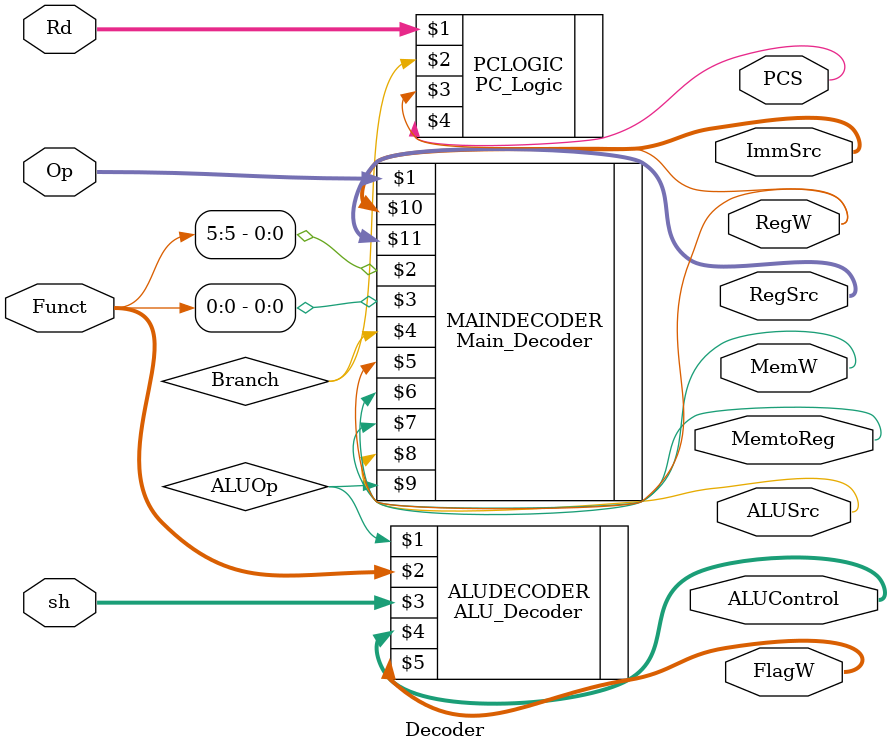
<source format=sv>
module Decoder(input  logic [3:0] Rd,
					input  logic [1:0] Op, sh,
					input  logic [5:0] Funct,
					output logic PCS, RegW, MemW, MemtoReg, ALUSrc,
					output logic [1:0] ImmSrc, RegSrc, FlagW,
					output logic [3:0] ALUControl);

	logic Branch, ALUOp;
	
	Main_Decoder MAINDECODER(Op, Funct[5], Funct[0], Branch, RegW, MemW,
									 MemtoReg, ALUSrc, ALUOp, ImmSrc, RegSrc);
	
	ALU_Decoder	ALUDECODER(ALUOp, Funct, sh, ALUControl, FlagW);
	
	PC_Logic PCLOGIC(Rd, Branch, RegW, PCS);
					
endmodule 
</source>
